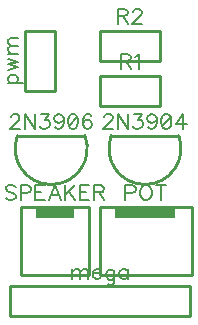
<source format=gbr>
G04 DipTrace 2.4.0.2*
%INTopSilk.gbr*%
%MOIN*%
%ADD10C,0.0098*%
%ADD34C,0.0077*%
%FSLAX44Y44*%
G04*
G70*
G90*
G75*
G01*
%LNTopSilk*%
%LPD*%
X5940Y13940D2*
D10*
X4940D1*
X5940Y11940D2*
Y13940D1*
Y11940D2*
X4940D1*
Y13940D1*
X4440Y4440D2*
X10440D1*
X4440Y5440D2*
X10440D1*
X4440Y4440D2*
Y5440D1*
X10440Y4440D2*
Y5440D1*
X6940Y10440D2*
G02X4690Y10440I-1125J-423D01*
G01*
X6940D1*
X10065D2*
G02X7815Y10440I-1125J-423D01*
G01*
X10065D1*
X9438Y11440D2*
X7442D1*
Y12440D2*
Y11440D1*
X9438Y12440D2*
X7442D1*
X9438D2*
Y11440D1*
Y12940D2*
X7442D1*
Y13940D2*
Y12940D1*
X9438Y13940D2*
X7442D1*
X9438D2*
Y12940D1*
X7440Y8065D2*
X10502D1*
Y5815D1*
X7440D1*
Y8065D1*
G36*
X7940D2*
X9940D1*
Y7690D1*
X7940D1*
Y8065D1*
G37*
X4815D2*
D10*
X7065D1*
Y5815D1*
X4815D1*
Y8065D1*
G36*
X5315D2*
X6565D1*
Y7690D1*
X5315D1*
Y8065D1*
G37*
X4375Y12187D2*
D34*
X4878D1*
X4447D2*
X4400Y12235D1*
X4375Y12283D1*
Y12355D1*
X4400Y12403D1*
X4447Y12450D1*
X4519Y12475D1*
X4567D1*
X4638Y12450D1*
X4686Y12403D1*
X4710Y12355D1*
Y12283D1*
X4686Y12235D1*
X4638Y12187D1*
X4375Y12629D2*
X4710Y12725D1*
X4375Y12820D1*
X4710Y12916D1*
X4375Y13012D1*
Y13166D2*
X4710D1*
X4471D2*
X4399Y13238D1*
X4375Y13286D1*
Y13357D1*
X4399Y13405D1*
X4471Y13429D1*
X4710D1*
X4471D2*
X4399Y13501D1*
X4375Y13549D1*
Y13620D1*
X4399Y13668D1*
X4471Y13693D1*
X4710D1*
X6515Y6005D2*
Y5670D1*
Y5909D2*
X6587Y5981D1*
X6635Y6005D1*
X6706D1*
X6754Y5981D1*
X6778Y5909D1*
Y5670D1*
Y5909D2*
X6850Y5981D1*
X6898Y6005D1*
X6969D1*
X7017Y5981D1*
X7041Y5909D1*
Y5670D1*
X7196Y5861D2*
X7483D1*
Y5909D1*
X7459Y5957D1*
X7435Y5981D1*
X7387Y6005D1*
X7315D1*
X7268Y5981D1*
X7220Y5933D1*
X7196Y5861D1*
Y5814D1*
X7220Y5742D1*
X7268Y5694D1*
X7315Y5670D1*
X7387D1*
X7435Y5694D1*
X7483Y5742D1*
X7924Y5981D2*
Y5598D1*
X7900Y5527D1*
X7876Y5502D1*
X7828Y5479D1*
X7757D1*
X7709Y5502D1*
X7924Y5909D2*
X7876Y5957D1*
X7828Y5981D1*
X7757D1*
X7709Y5957D1*
X7661Y5909D1*
X7637Y5837D1*
Y5789D1*
X7661Y5718D1*
X7709Y5670D1*
X7757Y5646D1*
X7828D1*
X7876Y5670D1*
X7924Y5718D1*
X8365Y6005D2*
Y5670D1*
Y5933D2*
X8318Y5981D1*
X8270Y6005D1*
X8198D1*
X8150Y5981D1*
X8103Y5933D1*
X8078Y5861D1*
Y5814D1*
X8103Y5742D1*
X8150Y5694D1*
X8198Y5670D1*
X8270D1*
X8318Y5694D1*
X8365Y5742D1*
X4473Y11052D2*
Y11076D1*
X4496Y11124D1*
X4520Y11148D1*
X4568Y11172D1*
X4664D1*
X4711Y11148D1*
X4735Y11124D1*
X4759Y11076D1*
Y11029D1*
X4735Y10980D1*
X4688Y10909D1*
X4448Y10670D1*
X4783D1*
X5273Y11172D2*
Y10670D1*
X4938Y11172D1*
Y10670D1*
X5475Y11172D2*
X5738D1*
X5594Y10980D1*
X5666D1*
X5714Y10957D1*
X5738Y10933D1*
X5762Y10861D1*
Y10814D1*
X5738Y10742D1*
X5690Y10694D1*
X5618Y10670D1*
X5546D1*
X5475Y10694D1*
X5451Y10718D1*
X5427Y10765D1*
X6227Y11005D2*
X6203Y10933D1*
X6156Y10885D1*
X6084Y10861D1*
X6060D1*
X5988Y10885D1*
X5941Y10933D1*
X5916Y11005D1*
Y11029D1*
X5941Y11100D1*
X5988Y11148D1*
X6060Y11172D1*
X6084D1*
X6156Y11148D1*
X6203Y11100D1*
X6227Y11005D1*
Y10885D1*
X6203Y10765D1*
X6156Y10694D1*
X6084Y10670D1*
X6036D1*
X5964Y10694D1*
X5941Y10742D1*
X6525Y11172D2*
X6454Y11148D1*
X6406Y11076D1*
X6382Y10957D1*
Y10885D1*
X6406Y10765D1*
X6454Y10694D1*
X6525Y10670D1*
X6573D1*
X6645Y10694D1*
X6692Y10765D1*
X6717Y10885D1*
Y10957D1*
X6692Y11076D1*
X6645Y11148D1*
X6573Y11172D1*
X6525D1*
X6692Y11076D2*
X6406Y10765D1*
X7158Y11100D2*
X7134Y11148D1*
X7062Y11172D1*
X7015D1*
X6943Y11148D1*
X6895Y11076D1*
X6871Y10957D1*
Y10837D1*
X6895Y10742D1*
X6943Y10694D1*
X7015Y10670D1*
X7039D1*
X7110Y10694D1*
X7158Y10742D1*
X7182Y10814D1*
Y10837D1*
X7158Y10909D1*
X7110Y10957D1*
X7039Y10980D1*
X7015D1*
X6943Y10957D1*
X6895Y10909D1*
X6871Y10837D1*
X7574Y11052D2*
Y11076D1*
X7597Y11124D1*
X7621Y11148D1*
X7669Y11172D1*
X7765D1*
X7812Y11148D1*
X7836Y11124D1*
X7860Y11076D1*
Y11029D1*
X7836Y10980D1*
X7789Y10909D1*
X7549Y10670D1*
X7884D1*
X8373Y11172D2*
Y10670D1*
X8039Y11172D1*
Y10670D1*
X8576Y11172D2*
X8838D1*
X8695Y10980D1*
X8767D1*
X8815Y10957D1*
X8838Y10933D1*
X8863Y10861D1*
Y10814D1*
X8838Y10742D1*
X8791Y10694D1*
X8719Y10670D1*
X8647D1*
X8576Y10694D1*
X8552Y10718D1*
X8528Y10765D1*
X9328Y11005D2*
X9304Y10933D1*
X9257Y10885D1*
X9185Y10861D1*
X9161D1*
X9089Y10885D1*
X9042Y10933D1*
X9017Y11005D1*
Y11029D1*
X9042Y11100D1*
X9089Y11148D1*
X9161Y11172D1*
X9185D1*
X9257Y11148D1*
X9304Y11100D1*
X9328Y11005D1*
Y10885D1*
X9304Y10765D1*
X9257Y10694D1*
X9185Y10670D1*
X9137D1*
X9065Y10694D1*
X9042Y10742D1*
X9626Y11172D2*
X9555Y11148D1*
X9507Y11076D1*
X9483Y10957D1*
Y10885D1*
X9507Y10765D1*
X9555Y10694D1*
X9626Y10670D1*
X9674D1*
X9746Y10694D1*
X9793Y10765D1*
X9818Y10885D1*
Y10957D1*
X9793Y11076D1*
X9746Y11148D1*
X9674Y11172D1*
X9626D1*
X9793Y11076D2*
X9507Y10765D1*
X10211Y10670D2*
Y11172D1*
X9972Y10837D1*
X10331D1*
X8135Y12933D2*
X8350D1*
X8422Y12957D1*
X8447Y12981D1*
X8470Y13029D1*
Y13077D1*
X8447Y13124D1*
X8422Y13148D1*
X8350Y13172D1*
X8135D1*
Y12670D1*
X8303Y12933D2*
X8470Y12670D1*
X8625Y13076D2*
X8673Y13100D1*
X8745Y13172D1*
Y12670D1*
X8028Y14433D2*
X8243D1*
X8315Y14457D1*
X8339Y14481D1*
X8363Y14529D1*
Y14577D1*
X8339Y14624D1*
X8315Y14648D1*
X8243Y14672D1*
X8028D1*
Y14170D1*
X8195Y14433D2*
X8363Y14170D1*
X8542Y14552D2*
Y14576D1*
X8565Y14624D1*
X8589Y14648D1*
X8637Y14672D1*
X8733D1*
X8780Y14648D1*
X8804Y14624D1*
X8828Y14576D1*
Y14529D1*
X8804Y14480D1*
X8757Y14409D1*
X8517Y14170D1*
X8852D1*
X8291Y8534D2*
X8506D1*
X8578Y8558D1*
X8602Y8582D1*
X8626Y8630D1*
Y8702D1*
X8602Y8749D1*
X8578Y8773D1*
X8506Y8797D1*
X8291D1*
Y8295D1*
X8924Y8797D2*
X8876Y8773D1*
X8828Y8725D1*
X8804Y8678D1*
X8780Y8606D1*
Y8486D1*
X8804Y8415D1*
X8828Y8367D1*
X8876Y8319D1*
X8924Y8295D1*
X9019D1*
X9067Y8319D1*
X9115Y8367D1*
X9139Y8415D1*
X9162Y8486D1*
Y8606D1*
X9139Y8678D1*
X9115Y8725D1*
X9067Y8773D1*
X9019Y8797D1*
X8924D1*
X9484D2*
Y8295D1*
X9317Y8797D2*
X9652D1*
X4640Y8725D2*
X4592Y8773D1*
X4520Y8797D1*
X4425D1*
X4353Y8773D1*
X4305Y8725D1*
Y8678D1*
X4329Y8630D1*
X4353Y8606D1*
X4400Y8582D1*
X4544Y8534D1*
X4592Y8510D1*
X4616Y8486D1*
X4640Y8439D1*
Y8367D1*
X4592Y8319D1*
X4520Y8295D1*
X4425D1*
X4353Y8319D1*
X4305Y8367D1*
X4794Y8534D2*
X5010D1*
X5081Y8558D1*
X5105Y8582D1*
X5129Y8630D1*
Y8702D1*
X5105Y8749D1*
X5081Y8773D1*
X5010Y8797D1*
X4794D1*
Y8295D1*
X5594Y8797D2*
X5283D1*
Y8295D1*
X5594D1*
X5283Y8558D2*
X5475D1*
X6132Y8295D2*
X5940Y8797D1*
X5748Y8295D1*
X5820Y8462D2*
X6060D1*
X6286Y8797D2*
Y8295D1*
X6621Y8797D2*
X6286Y8462D1*
X6405Y8582D2*
X6621Y8295D1*
X7086Y8797D2*
X6775D1*
Y8295D1*
X7086D1*
X6775Y8558D2*
X6966D1*
X7240D2*
X7455D1*
X7527Y8582D1*
X7551Y8606D1*
X7575Y8654D1*
Y8702D1*
X7551Y8749D1*
X7527Y8773D1*
X7455Y8797D1*
X7240D1*
Y8295D1*
X7408Y8558D2*
X7575Y8295D1*
M02*

</source>
